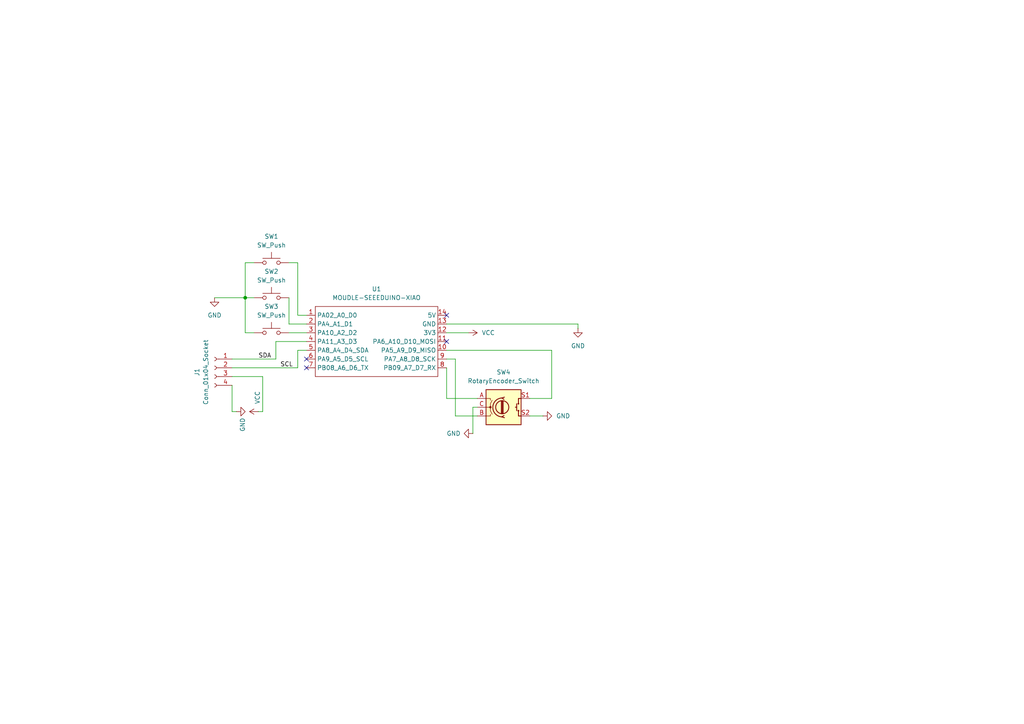
<source format=kicad_sch>
(kicad_sch
	(version 20250114)
	(generator "eeschema")
	(generator_version "9.0")
	(uuid "d2298dc9-68ae-4612-bcfd-072343416d64")
	(paper "A4")
	(lib_symbols
		(symbol "Connector:Conn_01x04_Socket"
			(pin_names
				(offset 1.016)
				(hide yes)
			)
			(exclude_from_sim no)
			(in_bom yes)
			(on_board yes)
			(property "Reference" "J"
				(at 0 5.08 0)
				(effects
					(font
						(size 1.27 1.27)
					)
				)
			)
			(property "Value" "Conn_01x04_Socket"
				(at 0 -7.62 0)
				(effects
					(font
						(size 1.27 1.27)
					)
				)
			)
			(property "Footprint" ""
				(at 0 0 0)
				(effects
					(font
						(size 1.27 1.27)
					)
					(hide yes)
				)
			)
			(property "Datasheet" "~"
				(at 0 0 0)
				(effects
					(font
						(size 1.27 1.27)
					)
					(hide yes)
				)
			)
			(property "Description" "Generic connector, single row, 01x04, script generated"
				(at 0 0 0)
				(effects
					(font
						(size 1.27 1.27)
					)
					(hide yes)
				)
			)
			(property "ki_locked" ""
				(at 0 0 0)
				(effects
					(font
						(size 1.27 1.27)
					)
				)
			)
			(property "ki_keywords" "connector"
				(at 0 0 0)
				(effects
					(font
						(size 1.27 1.27)
					)
					(hide yes)
				)
			)
			(property "ki_fp_filters" "Connector*:*_1x??_*"
				(at 0 0 0)
				(effects
					(font
						(size 1.27 1.27)
					)
					(hide yes)
				)
			)
			(symbol "Conn_01x04_Socket_1_1"
				(polyline
					(pts
						(xy -1.27 2.54) (xy -0.508 2.54)
					)
					(stroke
						(width 0.1524)
						(type default)
					)
					(fill
						(type none)
					)
				)
				(polyline
					(pts
						(xy -1.27 0) (xy -0.508 0)
					)
					(stroke
						(width 0.1524)
						(type default)
					)
					(fill
						(type none)
					)
				)
				(polyline
					(pts
						(xy -1.27 -2.54) (xy -0.508 -2.54)
					)
					(stroke
						(width 0.1524)
						(type default)
					)
					(fill
						(type none)
					)
				)
				(polyline
					(pts
						(xy -1.27 -5.08) (xy -0.508 -5.08)
					)
					(stroke
						(width 0.1524)
						(type default)
					)
					(fill
						(type none)
					)
				)
				(arc
					(start 0 2.032)
					(mid -0.5058 2.54)
					(end 0 3.048)
					(stroke
						(width 0.1524)
						(type default)
					)
					(fill
						(type none)
					)
				)
				(arc
					(start 0 -0.508)
					(mid -0.5058 0)
					(end 0 0.508)
					(stroke
						(width 0.1524)
						(type default)
					)
					(fill
						(type none)
					)
				)
				(arc
					(start 0 -3.048)
					(mid -0.5058 -2.54)
					(end 0 -2.032)
					(stroke
						(width 0.1524)
						(type default)
					)
					(fill
						(type none)
					)
				)
				(arc
					(start 0 -5.588)
					(mid -0.5058 -5.08)
					(end 0 -4.572)
					(stroke
						(width 0.1524)
						(type default)
					)
					(fill
						(type none)
					)
				)
				(pin passive line
					(at -5.08 2.54 0)
					(length 3.81)
					(name "Pin_1"
						(effects
							(font
								(size 1.27 1.27)
							)
						)
					)
					(number "1"
						(effects
							(font
								(size 1.27 1.27)
							)
						)
					)
				)
				(pin passive line
					(at -5.08 0 0)
					(length 3.81)
					(name "Pin_2"
						(effects
							(font
								(size 1.27 1.27)
							)
						)
					)
					(number "2"
						(effects
							(font
								(size 1.27 1.27)
							)
						)
					)
				)
				(pin passive line
					(at -5.08 -2.54 0)
					(length 3.81)
					(name "Pin_3"
						(effects
							(font
								(size 1.27 1.27)
							)
						)
					)
					(number "3"
						(effects
							(font
								(size 1.27 1.27)
							)
						)
					)
				)
				(pin passive line
					(at -5.08 -5.08 0)
					(length 3.81)
					(name "Pin_4"
						(effects
							(font
								(size 1.27 1.27)
							)
						)
					)
					(number "4"
						(effects
							(font
								(size 1.27 1.27)
							)
						)
					)
				)
			)
			(embedded_fonts no)
		)
		(symbol "Device:RotaryEncoder_Switch"
			(pin_names
				(offset 0.254)
				(hide yes)
			)
			(exclude_from_sim no)
			(in_bom yes)
			(on_board yes)
			(property "Reference" "SW"
				(at 0 6.604 0)
				(effects
					(font
						(size 1.27 1.27)
					)
				)
			)
			(property "Value" "RotaryEncoder_Switch"
				(at 0 -6.604 0)
				(effects
					(font
						(size 1.27 1.27)
					)
				)
			)
			(property "Footprint" ""
				(at -3.81 4.064 0)
				(effects
					(font
						(size 1.27 1.27)
					)
					(hide yes)
				)
			)
			(property "Datasheet" "~"
				(at 0 6.604 0)
				(effects
					(font
						(size 1.27 1.27)
					)
					(hide yes)
				)
			)
			(property "Description" "Rotary encoder, dual channel, incremental quadrate outputs, with switch"
				(at 0 0 0)
				(effects
					(font
						(size 1.27 1.27)
					)
					(hide yes)
				)
			)
			(property "ki_keywords" "rotary switch encoder switch push button"
				(at 0 0 0)
				(effects
					(font
						(size 1.27 1.27)
					)
					(hide yes)
				)
			)
			(property "ki_fp_filters" "RotaryEncoder*Switch*"
				(at 0 0 0)
				(effects
					(font
						(size 1.27 1.27)
					)
					(hide yes)
				)
			)
			(symbol "RotaryEncoder_Switch_0_1"
				(rectangle
					(start -5.08 5.08)
					(end 5.08 -5.08)
					(stroke
						(width 0.254)
						(type default)
					)
					(fill
						(type background)
					)
				)
				(polyline
					(pts
						(xy -5.08 2.54) (xy -3.81 2.54) (xy -3.81 2.032)
					)
					(stroke
						(width 0)
						(type default)
					)
					(fill
						(type none)
					)
				)
				(polyline
					(pts
						(xy -5.08 0) (xy -3.81 0) (xy -3.81 -1.016) (xy -3.302 -2.032)
					)
					(stroke
						(width 0)
						(type default)
					)
					(fill
						(type none)
					)
				)
				(polyline
					(pts
						(xy -5.08 -2.54) (xy -3.81 -2.54) (xy -3.81 -2.032)
					)
					(stroke
						(width 0)
						(type default)
					)
					(fill
						(type none)
					)
				)
				(polyline
					(pts
						(xy -4.318 0) (xy -3.81 0) (xy -3.81 1.016) (xy -3.302 2.032)
					)
					(stroke
						(width 0)
						(type default)
					)
					(fill
						(type none)
					)
				)
				(circle
					(center -3.81 0)
					(radius 0.254)
					(stroke
						(width 0)
						(type default)
					)
					(fill
						(type outline)
					)
				)
				(polyline
					(pts
						(xy -0.635 -1.778) (xy -0.635 1.778)
					)
					(stroke
						(width 0.254)
						(type default)
					)
					(fill
						(type none)
					)
				)
				(circle
					(center -0.381 0)
					(radius 1.905)
					(stroke
						(width 0.254)
						(type default)
					)
					(fill
						(type none)
					)
				)
				(polyline
					(pts
						(xy -0.381 -1.778) (xy -0.381 1.778)
					)
					(stroke
						(width 0.254)
						(type default)
					)
					(fill
						(type none)
					)
				)
				(arc
					(start -0.381 -2.794)
					(mid -3.0988 -0.0635)
					(end -0.381 2.667)
					(stroke
						(width 0.254)
						(type default)
					)
					(fill
						(type none)
					)
				)
				(polyline
					(pts
						(xy -0.127 1.778) (xy -0.127 -1.778)
					)
					(stroke
						(width 0.254)
						(type default)
					)
					(fill
						(type none)
					)
				)
				(polyline
					(pts
						(xy 0.254 2.921) (xy -0.508 2.667) (xy 0.127 2.286)
					)
					(stroke
						(width 0.254)
						(type default)
					)
					(fill
						(type none)
					)
				)
				(polyline
					(pts
						(xy 0.254 -3.048) (xy -0.508 -2.794) (xy 0.127 -2.413)
					)
					(stroke
						(width 0.254)
						(type default)
					)
					(fill
						(type none)
					)
				)
				(polyline
					(pts
						(xy 3.81 1.016) (xy 3.81 -1.016)
					)
					(stroke
						(width 0.254)
						(type default)
					)
					(fill
						(type none)
					)
				)
				(polyline
					(pts
						(xy 3.81 0) (xy 3.429 0)
					)
					(stroke
						(width 0.254)
						(type default)
					)
					(fill
						(type none)
					)
				)
				(circle
					(center 4.318 1.016)
					(radius 0.127)
					(stroke
						(width 0.254)
						(type default)
					)
					(fill
						(type none)
					)
				)
				(circle
					(center 4.318 -1.016)
					(radius 0.127)
					(stroke
						(width 0.254)
						(type default)
					)
					(fill
						(type none)
					)
				)
				(polyline
					(pts
						(xy 5.08 2.54) (xy 4.318 2.54) (xy 4.318 1.016)
					)
					(stroke
						(width 0.254)
						(type default)
					)
					(fill
						(type none)
					)
				)
				(polyline
					(pts
						(xy 5.08 -2.54) (xy 4.318 -2.54) (xy 4.318 -1.016)
					)
					(stroke
						(width 0.254)
						(type default)
					)
					(fill
						(type none)
					)
				)
			)
			(symbol "RotaryEncoder_Switch_1_1"
				(pin passive line
					(at -7.62 2.54 0)
					(length 2.54)
					(name "A"
						(effects
							(font
								(size 1.27 1.27)
							)
						)
					)
					(number "A"
						(effects
							(font
								(size 1.27 1.27)
							)
						)
					)
				)
				(pin passive line
					(at -7.62 0 0)
					(length 2.54)
					(name "C"
						(effects
							(font
								(size 1.27 1.27)
							)
						)
					)
					(number "C"
						(effects
							(font
								(size 1.27 1.27)
							)
						)
					)
				)
				(pin passive line
					(at -7.62 -2.54 0)
					(length 2.54)
					(name "B"
						(effects
							(font
								(size 1.27 1.27)
							)
						)
					)
					(number "B"
						(effects
							(font
								(size 1.27 1.27)
							)
						)
					)
				)
				(pin passive line
					(at 7.62 2.54 180)
					(length 2.54)
					(name "S1"
						(effects
							(font
								(size 1.27 1.27)
							)
						)
					)
					(number "S1"
						(effects
							(font
								(size 1.27 1.27)
							)
						)
					)
				)
				(pin passive line
					(at 7.62 -2.54 180)
					(length 2.54)
					(name "S2"
						(effects
							(font
								(size 1.27 1.27)
							)
						)
					)
					(number "S2"
						(effects
							(font
								(size 1.27 1.27)
							)
						)
					)
				)
			)
			(embedded_fonts no)
		)
		(symbol "Switch:SW_Push"
			(pin_numbers
				(hide yes)
			)
			(pin_names
				(offset 1.016)
				(hide yes)
			)
			(exclude_from_sim no)
			(in_bom yes)
			(on_board yes)
			(property "Reference" "SW"
				(at 1.27 2.54 0)
				(effects
					(font
						(size 1.27 1.27)
					)
					(justify left)
				)
			)
			(property "Value" "SW_Push"
				(at 0 -1.524 0)
				(effects
					(font
						(size 1.27 1.27)
					)
				)
			)
			(property "Footprint" ""
				(at 0 5.08 0)
				(effects
					(font
						(size 1.27 1.27)
					)
					(hide yes)
				)
			)
			(property "Datasheet" "~"
				(at 0 5.08 0)
				(effects
					(font
						(size 1.27 1.27)
					)
					(hide yes)
				)
			)
			(property "Description" "Push button switch, generic, two pins"
				(at 0 0 0)
				(effects
					(font
						(size 1.27 1.27)
					)
					(hide yes)
				)
			)
			(property "ki_keywords" "switch normally-open pushbutton push-button"
				(at 0 0 0)
				(effects
					(font
						(size 1.27 1.27)
					)
					(hide yes)
				)
			)
			(symbol "SW_Push_0_1"
				(circle
					(center -2.032 0)
					(radius 0.508)
					(stroke
						(width 0)
						(type default)
					)
					(fill
						(type none)
					)
				)
				(polyline
					(pts
						(xy 0 1.27) (xy 0 3.048)
					)
					(stroke
						(width 0)
						(type default)
					)
					(fill
						(type none)
					)
				)
				(circle
					(center 2.032 0)
					(radius 0.508)
					(stroke
						(width 0)
						(type default)
					)
					(fill
						(type none)
					)
				)
				(polyline
					(pts
						(xy 2.54 1.27) (xy -2.54 1.27)
					)
					(stroke
						(width 0)
						(type default)
					)
					(fill
						(type none)
					)
				)
				(pin passive line
					(at -5.08 0 0)
					(length 2.54)
					(name "1"
						(effects
							(font
								(size 1.27 1.27)
							)
						)
					)
					(number "1"
						(effects
							(font
								(size 1.27 1.27)
							)
						)
					)
				)
				(pin passive line
					(at 5.08 0 180)
					(length 2.54)
					(name "2"
						(effects
							(font
								(size 1.27 1.27)
							)
						)
					)
					(number "2"
						(effects
							(font
								(size 1.27 1.27)
							)
						)
					)
				)
			)
			(embedded_fonts no)
		)
		(symbol "XIAO_RP2040:MOUDLE-SEEEDUINO-XIAO"
			(exclude_from_sim no)
			(in_bom yes)
			(on_board yes)
			(property "Reference" "U"
				(at -16.51 11.43 0)
				(effects
					(font
						(size 1.27 1.27)
					)
				)
			)
			(property "Value" "MOUDLE-SEEEDUINO-XIAO"
				(at -3.81 -11.43 0)
				(effects
					(font
						(size 1.27 1.27)
					)
				)
			)
			(property "Footprint" ""
				(at -16.51 2.54 0)
				(effects
					(font
						(size 1.27 1.27)
					)
					(hide yes)
				)
			)
			(property "Datasheet" ""
				(at -16.51 2.54 0)
				(effects
					(font
						(size 1.27 1.27)
					)
					(hide yes)
				)
			)
			(property "Description" ""
				(at 0 0 0)
				(effects
					(font
						(size 1.27 1.27)
					)
					(hide yes)
				)
			)
			(symbol "MOUDLE-SEEEDUINO-XIAO_0_1"
				(rectangle
					(start -16.51 10.16)
					(end 19.05 -10.16)
					(stroke
						(width 0)
						(type default)
					)
					(fill
						(type none)
					)
				)
			)
			(symbol "MOUDLE-SEEEDUINO-XIAO_1_1"
				(pin passive line
					(at -19.05 7.62 0)
					(length 2.54)
					(name "PA02_A0_D0"
						(effects
							(font
								(size 1.27 1.27)
							)
						)
					)
					(number "1"
						(effects
							(font
								(size 1.27 1.27)
							)
						)
					)
				)
				(pin passive line
					(at -19.05 5.08 0)
					(length 2.54)
					(name "PA4_A1_D1"
						(effects
							(font
								(size 1.27 1.27)
							)
						)
					)
					(number "2"
						(effects
							(font
								(size 1.27 1.27)
							)
						)
					)
				)
				(pin passive line
					(at -19.05 2.54 0)
					(length 2.54)
					(name "PA10_A2_D2"
						(effects
							(font
								(size 1.27 1.27)
							)
						)
					)
					(number "3"
						(effects
							(font
								(size 1.27 1.27)
							)
						)
					)
				)
				(pin passive line
					(at -19.05 0 0)
					(length 2.54)
					(name "PA11_A3_D3"
						(effects
							(font
								(size 1.27 1.27)
							)
						)
					)
					(number "4"
						(effects
							(font
								(size 1.27 1.27)
							)
						)
					)
				)
				(pin passive line
					(at -19.05 -2.54 0)
					(length 2.54)
					(name "PA8_A4_D4_SDA"
						(effects
							(font
								(size 1.27 1.27)
							)
						)
					)
					(number "5"
						(effects
							(font
								(size 1.27 1.27)
							)
						)
					)
				)
				(pin passive line
					(at -19.05 -5.08 0)
					(length 2.54)
					(name "PA9_A5_D5_SCL"
						(effects
							(font
								(size 1.27 1.27)
							)
						)
					)
					(number "6"
						(effects
							(font
								(size 1.27 1.27)
							)
						)
					)
				)
				(pin passive line
					(at -19.05 -7.62 0)
					(length 2.54)
					(name "PB08_A6_D6_TX"
						(effects
							(font
								(size 1.27 1.27)
							)
						)
					)
					(number "7"
						(effects
							(font
								(size 1.27 1.27)
							)
						)
					)
				)
				(pin passive line
					(at 21.59 7.62 180)
					(length 2.54)
					(name "5V"
						(effects
							(font
								(size 1.27 1.27)
							)
						)
					)
					(number "14"
						(effects
							(font
								(size 1.27 1.27)
							)
						)
					)
				)
				(pin passive line
					(at 21.59 5.08 180)
					(length 2.54)
					(name "GND"
						(effects
							(font
								(size 1.27 1.27)
							)
						)
					)
					(number "13"
						(effects
							(font
								(size 1.27 1.27)
							)
						)
					)
				)
				(pin passive line
					(at 21.59 2.54 180)
					(length 2.54)
					(name "3V3"
						(effects
							(font
								(size 1.27 1.27)
							)
						)
					)
					(number "12"
						(effects
							(font
								(size 1.27 1.27)
							)
						)
					)
				)
				(pin passive line
					(at 21.59 0 180)
					(length 2.54)
					(name "PA6_A10_D10_MOSI"
						(effects
							(font
								(size 1.27 1.27)
							)
						)
					)
					(number "11"
						(effects
							(font
								(size 1.27 1.27)
							)
						)
					)
				)
				(pin passive line
					(at 21.59 -2.54 180)
					(length 2.54)
					(name "PA5_A9_D9_MISO"
						(effects
							(font
								(size 1.27 1.27)
							)
						)
					)
					(number "10"
						(effects
							(font
								(size 1.27 1.27)
							)
						)
					)
				)
				(pin passive line
					(at 21.59 -5.08 180)
					(length 2.54)
					(name "PA7_A8_D8_SCK"
						(effects
							(font
								(size 1.27 1.27)
							)
						)
					)
					(number "9"
						(effects
							(font
								(size 1.27 1.27)
							)
						)
					)
				)
				(pin passive line
					(at 21.59 -7.62 180)
					(length 2.54)
					(name "PB09_A7_D7_RX"
						(effects
							(font
								(size 1.27 1.27)
							)
						)
					)
					(number "8"
						(effects
							(font
								(size 1.27 1.27)
							)
						)
					)
				)
			)
			(embedded_fonts no)
		)
		(symbol "power:GND"
			(power)
			(pin_numbers
				(hide yes)
			)
			(pin_names
				(offset 0)
				(hide yes)
			)
			(exclude_from_sim no)
			(in_bom yes)
			(on_board yes)
			(property "Reference" "#PWR"
				(at 0 -6.35 0)
				(effects
					(font
						(size 1.27 1.27)
					)
					(hide yes)
				)
			)
			(property "Value" "GND"
				(at 0 -3.81 0)
				(effects
					(font
						(size 1.27 1.27)
					)
				)
			)
			(property "Footprint" ""
				(at 0 0 0)
				(effects
					(font
						(size 1.27 1.27)
					)
					(hide yes)
				)
			)
			(property "Datasheet" ""
				(at 0 0 0)
				(effects
					(font
						(size 1.27 1.27)
					)
					(hide yes)
				)
			)
			(property "Description" "Power symbol creates a global label with name \"GND\" , ground"
				(at 0 0 0)
				(effects
					(font
						(size 1.27 1.27)
					)
					(hide yes)
				)
			)
			(property "ki_keywords" "global power"
				(at 0 0 0)
				(effects
					(font
						(size 1.27 1.27)
					)
					(hide yes)
				)
			)
			(symbol "GND_0_1"
				(polyline
					(pts
						(xy 0 0) (xy 0 -1.27) (xy 1.27 -1.27) (xy 0 -2.54) (xy -1.27 -1.27) (xy 0 -1.27)
					)
					(stroke
						(width 0)
						(type default)
					)
					(fill
						(type none)
					)
				)
			)
			(symbol "GND_1_1"
				(pin power_in line
					(at 0 0 270)
					(length 0)
					(name "~"
						(effects
							(font
								(size 1.27 1.27)
							)
						)
					)
					(number "1"
						(effects
							(font
								(size 1.27 1.27)
							)
						)
					)
				)
			)
			(embedded_fonts no)
		)
		(symbol "power:VCC"
			(power)
			(pin_numbers
				(hide yes)
			)
			(pin_names
				(offset 0)
				(hide yes)
			)
			(exclude_from_sim no)
			(in_bom yes)
			(on_board yes)
			(property "Reference" "#PWR"
				(at 0 -3.81 0)
				(effects
					(font
						(size 1.27 1.27)
					)
					(hide yes)
				)
			)
			(property "Value" "VCC"
				(at 0 3.556 0)
				(effects
					(font
						(size 1.27 1.27)
					)
				)
			)
			(property "Footprint" ""
				(at 0 0 0)
				(effects
					(font
						(size 1.27 1.27)
					)
					(hide yes)
				)
			)
			(property "Datasheet" ""
				(at 0 0 0)
				(effects
					(font
						(size 1.27 1.27)
					)
					(hide yes)
				)
			)
			(property "Description" "Power symbol creates a global label with name \"VCC\""
				(at 0 0 0)
				(effects
					(font
						(size 1.27 1.27)
					)
					(hide yes)
				)
			)
			(property "ki_keywords" "global power"
				(at 0 0 0)
				(effects
					(font
						(size 1.27 1.27)
					)
					(hide yes)
				)
			)
			(symbol "VCC_0_1"
				(polyline
					(pts
						(xy -0.762 1.27) (xy 0 2.54)
					)
					(stroke
						(width 0)
						(type default)
					)
					(fill
						(type none)
					)
				)
				(polyline
					(pts
						(xy 0 2.54) (xy 0.762 1.27)
					)
					(stroke
						(width 0)
						(type default)
					)
					(fill
						(type none)
					)
				)
				(polyline
					(pts
						(xy 0 0) (xy 0 2.54)
					)
					(stroke
						(width 0)
						(type default)
					)
					(fill
						(type none)
					)
				)
			)
			(symbol "VCC_1_1"
				(pin power_in line
					(at 0 0 90)
					(length 0)
					(name "~"
						(effects
							(font
								(size 1.27 1.27)
							)
						)
					)
					(number "1"
						(effects
							(font
								(size 1.27 1.27)
							)
						)
					)
				)
			)
			(embedded_fonts no)
		)
	)
	(junction
		(at 71.12 86.36)
		(diameter 0)
		(color 0 0 0 0)
		(uuid "ee613a05-6d7a-4f5d-ae3a-6d213c9a14f7")
	)
	(no_connect
		(at 88.9 106.68)
		(uuid "312e885c-5a8a-4fb7-a46c-b57aad134727")
	)
	(no_connect
		(at 88.9 104.14)
		(uuid "64f02c6c-b4db-4e8e-a631-c15a91d27e22")
	)
	(no_connect
		(at 129.54 99.06)
		(uuid "a559a80e-981f-4bdd-9441-8dacbea59716")
	)
	(no_connect
		(at 129.54 91.44)
		(uuid "e3d4b198-bfd5-42fe-a28c-397247a41227")
	)
	(wire
		(pts
			(xy 132.08 104.14) (xy 129.54 104.14)
		)
		(stroke
			(width 0)
			(type default)
		)
		(uuid "0ef46996-ed69-4849-8e33-1d186cd1b7a2")
	)
	(wire
		(pts
			(xy 137.16 125.73) (xy 137.16 118.11)
		)
		(stroke
			(width 0)
			(type default)
		)
		(uuid "17de7a98-e7d7-4287-b76b-380ce1fc258c")
	)
	(wire
		(pts
			(xy 83.82 96.52) (xy 88.9 96.52)
		)
		(stroke
			(width 0)
			(type default)
		)
		(uuid "1d22a342-721e-4f51-b16d-3af5414440a9")
	)
	(wire
		(pts
			(xy 67.31 106.68) (xy 86.36 106.68)
		)
		(stroke
			(width 0)
			(type default)
		)
		(uuid "24e3bebf-2f36-4431-85e8-5e8f459974bb")
	)
	(wire
		(pts
			(xy 71.12 76.2) (xy 71.12 86.36)
		)
		(stroke
			(width 0)
			(type default)
		)
		(uuid "272c334c-1002-416b-b4f1-6561637c02c9")
	)
	(wire
		(pts
			(xy 80.01 99.06) (xy 88.9 99.06)
		)
		(stroke
			(width 0)
			(type default)
		)
		(uuid "2c892c7c-2480-4fcd-a5f2-9a2da7d749e8")
	)
	(wire
		(pts
			(xy 83.82 93.98) (xy 83.82 86.36)
		)
		(stroke
			(width 0)
			(type default)
		)
		(uuid "33782bc5-5abb-4cb6-885e-62b5d2b005f9")
	)
	(wire
		(pts
			(xy 67.31 104.14) (xy 80.01 104.14)
		)
		(stroke
			(width 0)
			(type default)
		)
		(uuid "341b5753-78c7-4408-a251-977a3847fd8c")
	)
	(wire
		(pts
			(xy 153.67 115.57) (xy 160.02 115.57)
		)
		(stroke
			(width 0)
			(type default)
		)
		(uuid "34f9f19c-c4e7-41c0-9251-d22d24208fea")
	)
	(wire
		(pts
			(xy 62.23 86.36) (xy 71.12 86.36)
		)
		(stroke
			(width 0)
			(type default)
		)
		(uuid "3dbb6abb-3fbd-4b87-acf2-044b911d191d")
	)
	(wire
		(pts
			(xy 88.9 91.44) (xy 86.36 91.44)
		)
		(stroke
			(width 0)
			(type default)
		)
		(uuid "420f4e86-171e-4dab-a43a-b1755fb259a4")
	)
	(wire
		(pts
			(xy 129.54 115.57) (xy 138.43 115.57)
		)
		(stroke
			(width 0)
			(type default)
		)
		(uuid "4243cfcf-dd3e-450c-a5a9-bc031f19fa52")
	)
	(wire
		(pts
			(xy 160.02 115.57) (xy 160.02 101.6)
		)
		(stroke
			(width 0)
			(type default)
		)
		(uuid "49975392-cf7f-48b7-a701-1b86a739afbe")
	)
	(wire
		(pts
			(xy 138.43 120.65) (xy 132.08 120.65)
		)
		(stroke
			(width 0)
			(type default)
		)
		(uuid "4fcac3c9-7fb0-42df-affc-aef23cda1113")
	)
	(wire
		(pts
			(xy 68.58 119.38) (xy 67.31 119.38)
		)
		(stroke
			(width 0)
			(type default)
		)
		(uuid "7bf5106a-6b2a-4085-9935-d1071146c5ce")
	)
	(wire
		(pts
			(xy 67.31 119.38) (xy 67.31 111.76)
		)
		(stroke
			(width 0)
			(type default)
		)
		(uuid "82d83e71-7401-4449-8d48-a1958daa39d6")
	)
	(wire
		(pts
			(xy 129.54 96.52) (xy 135.89 96.52)
		)
		(stroke
			(width 0)
			(type default)
		)
		(uuid "884ec0ea-9a3d-4efd-acd8-120ca6d30341")
	)
	(wire
		(pts
			(xy 160.02 101.6) (xy 129.54 101.6)
		)
		(stroke
			(width 0)
			(type default)
		)
		(uuid "8a401c45-2af4-4001-81c0-27178b1b4235")
	)
	(wire
		(pts
			(xy 88.9 93.98) (xy 83.82 93.98)
		)
		(stroke
			(width 0)
			(type default)
		)
		(uuid "a7da2eb7-c07f-4cf4-9c64-026e6715e9c6")
	)
	(wire
		(pts
			(xy 153.67 120.65) (xy 157.48 120.65)
		)
		(stroke
			(width 0)
			(type default)
		)
		(uuid "ad04a8c0-4d2a-46d7-9d9a-a95485bdb184")
	)
	(wire
		(pts
			(xy 86.36 91.44) (xy 86.36 76.2)
		)
		(stroke
			(width 0)
			(type default)
		)
		(uuid "b0511568-bee9-4df7-bdd0-dae8e4e55d9a")
	)
	(wire
		(pts
			(xy 86.36 76.2) (xy 83.82 76.2)
		)
		(stroke
			(width 0)
			(type default)
		)
		(uuid "b3614c3d-a882-4a3c-ab9c-3a8a7c76fa48")
	)
	(wire
		(pts
			(xy 74.93 119.38) (xy 76.2 119.38)
		)
		(stroke
			(width 0)
			(type default)
		)
		(uuid "b4ad3acf-ecec-4966-a332-91a6cefe0c46")
	)
	(wire
		(pts
			(xy 71.12 86.36) (xy 73.66 86.36)
		)
		(stroke
			(width 0)
			(type default)
		)
		(uuid "b5502cab-91fa-482f-a297-6c484a0c36b4")
	)
	(wire
		(pts
			(xy 76.2 109.22) (xy 76.2 119.38)
		)
		(stroke
			(width 0)
			(type default)
		)
		(uuid "b7b8a4c3-37b0-49e6-95cc-5d4cadc10a3e")
	)
	(wire
		(pts
			(xy 67.31 109.22) (xy 76.2 109.22)
		)
		(stroke
			(width 0)
			(type default)
		)
		(uuid "b8618de2-358b-4f99-9769-0aec9ee66248")
	)
	(wire
		(pts
			(xy 137.16 118.11) (xy 138.43 118.11)
		)
		(stroke
			(width 0)
			(type default)
		)
		(uuid "c08624cf-27c6-4781-af73-569e00dffc86")
	)
	(wire
		(pts
			(xy 71.12 86.36) (xy 71.12 96.52)
		)
		(stroke
			(width 0)
			(type default)
		)
		(uuid "cdacbfbd-aad3-4258-897e-683b7393bf3a")
	)
	(wire
		(pts
			(xy 132.08 120.65) (xy 132.08 104.14)
		)
		(stroke
			(width 0)
			(type default)
		)
		(uuid "cddf8224-2610-4ebf-a5d9-9853af80362d")
	)
	(wire
		(pts
			(xy 80.01 104.14) (xy 80.01 99.06)
		)
		(stroke
			(width 0)
			(type default)
		)
		(uuid "d73cd487-0e35-49a3-992c-788df1088c16")
	)
	(wire
		(pts
			(xy 86.36 106.68) (xy 86.36 101.6)
		)
		(stroke
			(width 0)
			(type default)
		)
		(uuid "d7b7428a-85d4-470c-87e0-2ecb6ffc788c")
	)
	(wire
		(pts
			(xy 86.36 101.6) (xy 88.9 101.6)
		)
		(stroke
			(width 0)
			(type default)
		)
		(uuid "e3354b45-568b-4acf-b20b-62bedde3076a")
	)
	(wire
		(pts
			(xy 167.64 93.98) (xy 167.64 95.25)
		)
		(stroke
			(width 0)
			(type default)
		)
		(uuid "eca2ee95-2a1b-4eb3-b518-d4911fff209c")
	)
	(wire
		(pts
			(xy 73.66 96.52) (xy 71.12 96.52)
		)
		(stroke
			(width 0)
			(type default)
		)
		(uuid "ef241376-3fd5-4443-9864-e671559a2c08")
	)
	(wire
		(pts
			(xy 129.54 93.98) (xy 167.64 93.98)
		)
		(stroke
			(width 0)
			(type default)
		)
		(uuid "f1244fd6-d804-4a2e-858d-67a828d29dc1")
	)
	(wire
		(pts
			(xy 129.54 115.57) (xy 129.54 106.68)
		)
		(stroke
			(width 0)
			(type default)
		)
		(uuid "f28e4524-aba8-4161-97cb-3f328bf19fca")
	)
	(wire
		(pts
			(xy 73.66 76.2) (xy 71.12 76.2)
		)
		(stroke
			(width 0)
			(type default)
		)
		(uuid "f3b165be-17ac-4959-a906-4407302cb77e")
	)
	(label "SDA"
		(at 74.93 104.14 0)
		(effects
			(font
				(size 1.27 1.27)
			)
			(justify left bottom)
		)
		(uuid "613795de-9f04-448f-8086-230b15ca1730")
	)
	(label "SCL"
		(at 81.28 106.68 0)
		(effects
			(font
				(size 1.27 1.27)
			)
			(justify left bottom)
		)
		(uuid "92d07edd-23fb-46d9-a0fe-a8180163ecc6")
	)
	(symbol
		(lib_id "power:VCC")
		(at 135.89 96.52 270)
		(unit 1)
		(exclude_from_sim no)
		(in_bom yes)
		(on_board yes)
		(dnp no)
		(fields_autoplaced yes)
		(uuid "014d0dd5-8edf-4ccd-a152-03ad457f0ce7")
		(property "Reference" "#PWR04"
			(at 132.08 96.52 0)
			(effects
				(font
					(size 1.27 1.27)
				)
				(hide yes)
			)
		)
		(property "Value" "VCC"
			(at 139.7 96.5199 90)
			(effects
				(font
					(size 1.27 1.27)
				)
				(justify left)
			)
		)
		(property "Footprint" ""
			(at 135.89 96.52 0)
			(effects
				(font
					(size 1.27 1.27)
				)
				(hide yes)
			)
		)
		(property "Datasheet" ""
			(at 135.89 96.52 0)
			(effects
				(font
					(size 1.27 1.27)
				)
				(hide yes)
			)
		)
		(property "Description" "Power symbol creates a global label with name \"VCC\""
			(at 135.89 96.52 0)
			(effects
				(font
					(size 1.27 1.27)
				)
				(hide yes)
			)
		)
		(pin "1"
			(uuid "cf14993a-3bd1-4e33-a5e2-b38072810a0e")
		)
		(instances
			(project ""
				(path "/d2298dc9-68ae-4612-bcfd-072343416d64"
					(reference "#PWR04")
					(unit 1)
				)
			)
		)
	)
	(symbol
		(lib_id "Switch:SW_Push")
		(at 78.74 76.2 0)
		(unit 1)
		(exclude_from_sim no)
		(in_bom yes)
		(on_board yes)
		(dnp no)
		(fields_autoplaced yes)
		(uuid "03c0117f-9c6b-425c-997f-481f5973de11")
		(property "Reference" "SW1"
			(at 78.74 68.58 0)
			(effects
				(font
					(size 1.27 1.27)
				)
			)
		)
		(property "Value" "SW_Push"
			(at 78.74 71.12 0)
			(effects
				(font
					(size 1.27 1.27)
				)
			)
		)
		(property "Footprint" "Button_Switch_Keyboard:SW_Cherry_MX_1.00u_PCB"
			(at 78.74 71.12 0)
			(effects
				(font
					(size 1.27 1.27)
				)
				(hide yes)
			)
		)
		(property "Datasheet" "~"
			(at 78.74 71.12 0)
			(effects
				(font
					(size 1.27 1.27)
				)
				(hide yes)
			)
		)
		(property "Description" "Push button switch, generic, two pins"
			(at 78.74 76.2 0)
			(effects
				(font
					(size 1.27 1.27)
				)
				(hide yes)
			)
		)
		(pin "2"
			(uuid "9519922d-2cd6-4436-8475-6a5ac29860fd")
		)
		(pin "1"
			(uuid "6ec7d0ba-9461-4c57-ae2a-12863258dd3e")
		)
		(instances
			(project ""
				(path "/d2298dc9-68ae-4612-bcfd-072343416d64"
					(reference "SW1")
					(unit 1)
				)
			)
		)
	)
	(symbol
		(lib_id "power:GND")
		(at 68.58 119.38 90)
		(unit 1)
		(exclude_from_sim no)
		(in_bom yes)
		(on_board yes)
		(dnp no)
		(uuid "0cb6d8f5-ebb3-4a17-8758-5452db7d8bfe")
		(property "Reference" "#PWR03"
			(at 74.93 119.38 0)
			(effects
				(font
					(size 1.27 1.27)
				)
				(hide yes)
			)
		)
		(property "Value" "GND"
			(at 70.358 123.19 0)
			(effects
				(font
					(size 1.27 1.27)
				)
			)
		)
		(property "Footprint" ""
			(at 68.58 119.38 0)
			(effects
				(font
					(size 1.27 1.27)
				)
				(hide yes)
			)
		)
		(property "Datasheet" ""
			(at 68.58 119.38 0)
			(effects
				(font
					(size 1.27 1.27)
				)
				(hide yes)
			)
		)
		(property "Description" "Power symbol creates a global label with name \"GND\" , ground"
			(at 68.58 119.38 0)
			(effects
				(font
					(size 1.27 1.27)
				)
				(hide yes)
			)
		)
		(pin "1"
			(uuid "3c282bad-c95c-436b-8c73-b30b82f0a82b")
		)
		(instances
			(project ""
				(path "/d2298dc9-68ae-4612-bcfd-072343416d64"
					(reference "#PWR03")
					(unit 1)
				)
			)
		)
	)
	(symbol
		(lib_id "power:GND")
		(at 62.23 86.36 0)
		(unit 1)
		(exclude_from_sim no)
		(in_bom yes)
		(on_board yes)
		(dnp no)
		(fields_autoplaced yes)
		(uuid "1925a57f-a88e-493b-96a5-6c0b79a4d45d")
		(property "Reference" "#PWR01"
			(at 62.23 92.71 0)
			(effects
				(font
					(size 1.27 1.27)
				)
				(hide yes)
			)
		)
		(property "Value" "GND"
			(at 62.23 91.44 0)
			(effects
				(font
					(size 1.27 1.27)
				)
			)
		)
		(property "Footprint" ""
			(at 62.23 86.36 0)
			(effects
				(font
					(size 1.27 1.27)
				)
				(hide yes)
			)
		)
		(property "Datasheet" ""
			(at 62.23 86.36 0)
			(effects
				(font
					(size 1.27 1.27)
				)
				(hide yes)
			)
		)
		(property "Description" "Power symbol creates a global label with name \"GND\" , ground"
			(at 62.23 86.36 0)
			(effects
				(font
					(size 1.27 1.27)
				)
				(hide yes)
			)
		)
		(pin "1"
			(uuid "c774d6f3-649e-4343-b527-91b7886eefbf")
		)
		(instances
			(project ""
				(path "/d2298dc9-68ae-4612-bcfd-072343416d64"
					(reference "#PWR01")
					(unit 1)
				)
			)
		)
	)
	(symbol
		(lib_id "power:GND")
		(at 137.16 125.73 270)
		(unit 1)
		(exclude_from_sim no)
		(in_bom yes)
		(on_board yes)
		(dnp no)
		(uuid "3e53234e-57e8-4b7d-aa06-f3d6c0e9b8b6")
		(property "Reference" "#PWR06"
			(at 130.81 125.73 0)
			(effects
				(font
					(size 1.27 1.27)
				)
				(hide yes)
			)
		)
		(property "Value" "GND"
			(at 133.604 125.73 90)
			(effects
				(font
					(size 1.27 1.27)
				)
				(justify right)
			)
		)
		(property "Footprint" ""
			(at 137.16 125.73 0)
			(effects
				(font
					(size 1.27 1.27)
				)
				(hide yes)
			)
		)
		(property "Datasheet" ""
			(at 137.16 125.73 0)
			(effects
				(font
					(size 1.27 1.27)
				)
				(hide yes)
			)
		)
		(property "Description" "Power symbol creates a global label with name \"GND\" , ground"
			(at 137.16 125.73 0)
			(effects
				(font
					(size 1.27 1.27)
				)
				(hide yes)
			)
		)
		(pin "1"
			(uuid "585f8d88-446d-4455-b82e-b27f697f9a31")
		)
		(instances
			(project ""
				(path "/d2298dc9-68ae-4612-bcfd-072343416d64"
					(reference "#PWR06")
					(unit 1)
				)
			)
		)
	)
	(symbol
		(lib_id "Device:RotaryEncoder_Switch")
		(at 146.05 118.11 0)
		(unit 1)
		(exclude_from_sim no)
		(in_bom yes)
		(on_board yes)
		(dnp no)
		(fields_autoplaced yes)
		(uuid "40f6a62e-ee65-4d52-97b1-02d2000754d4")
		(property "Reference" "SW4"
			(at 146.05 107.95 0)
			(effects
				(font
					(size 1.27 1.27)
				)
			)
		)
		(property "Value" "RotaryEncoder_Switch"
			(at 146.05 110.49 0)
			(effects
				(font
					(size 1.27 1.27)
				)
			)
		)
		(property "Footprint" "Rotary_Encoder:RotaryEncoder_Alps_EC11E-Switch_Vertical_H20mm"
			(at 142.24 114.046 0)
			(effects
				(font
					(size 1.27 1.27)
				)
				(hide yes)
			)
		)
		(property "Datasheet" "~"
			(at 146.05 111.506 0)
			(effects
				(font
					(size 1.27 1.27)
				)
				(hide yes)
			)
		)
		(property "Description" "Rotary encoder, dual channel, incremental quadrate outputs, with switch"
			(at 146.05 118.11 0)
			(effects
				(font
					(size 1.27 1.27)
				)
				(hide yes)
			)
		)
		(pin "S2"
			(uuid "c0be0dfb-0432-42b9-829d-5692549bfe6e")
		)
		(pin "B"
			(uuid "a89edb68-877b-4b22-a6f6-c02bcd28fdaa")
		)
		(pin "S1"
			(uuid "aa792af3-8e26-45f1-9447-1751d33520a0")
		)
		(pin "A"
			(uuid "37eba2ad-eebe-4162-8dc6-01bd5f7bfa04")
		)
		(pin "C"
			(uuid "4f43b41c-07b0-4c8e-99c5-8139521f8cc8")
		)
		(instances
			(project ""
				(path "/d2298dc9-68ae-4612-bcfd-072343416d64"
					(reference "SW4")
					(unit 1)
				)
			)
		)
	)
	(symbol
		(lib_id "Connector:Conn_01x04_Socket")
		(at 62.23 106.68 0)
		(mirror y)
		(unit 1)
		(exclude_from_sim no)
		(in_bom yes)
		(on_board yes)
		(dnp no)
		(uuid "572c5369-87eb-4d26-946b-c41ddd137c5a")
		(property "Reference" "J1"
			(at 57.15 107.95 90)
			(effects
				(font
					(size 1.27 1.27)
				)
			)
		)
		(property "Value" "Conn_01x04_Socket"
			(at 59.69 107.95 90)
			(effects
				(font
					(size 1.27 1.27)
				)
			)
		)
		(property "Footprint" "Connector_PinHeader_2.54mm:PinHeader_1x04_P2.54mm_Vertical"
			(at 62.23 106.68 0)
			(effects
				(font
					(size 1.27 1.27)
				)
				(hide yes)
			)
		)
		(property "Datasheet" "~"
			(at 62.23 106.68 0)
			(effects
				(font
					(size 1.27 1.27)
				)
				(hide yes)
			)
		)
		(property "Description" "Generic connector, single row, 01x04, script generated"
			(at 62.23 106.68 0)
			(effects
				(font
					(size 1.27 1.27)
				)
				(hide yes)
			)
		)
		(pin "1"
			(uuid "649a1d0f-093e-400f-9953-ba3d45efeeca")
		)
		(pin "3"
			(uuid "215a4919-9f4a-4401-a13d-af193781861b")
		)
		(pin "4"
			(uuid "85a81eb8-c77d-4af9-91c0-d00d1166f2ed")
		)
		(pin "2"
			(uuid "e195ea03-2b52-48b8-ad0a-61f548dd6a9c")
		)
		(instances
			(project ""
				(path "/d2298dc9-68ae-4612-bcfd-072343416d64"
					(reference "J1")
					(unit 1)
				)
			)
		)
	)
	(symbol
		(lib_id "Switch:SW_Push")
		(at 78.74 86.36 0)
		(unit 1)
		(exclude_from_sim no)
		(in_bom yes)
		(on_board yes)
		(dnp no)
		(fields_autoplaced yes)
		(uuid "58e19a4f-7884-462b-891c-6e3d233347c2")
		(property "Reference" "SW2"
			(at 78.74 78.74 0)
			(effects
				(font
					(size 1.27 1.27)
				)
			)
		)
		(property "Value" "SW_Push"
			(at 78.74 81.28 0)
			(effects
				(font
					(size 1.27 1.27)
				)
			)
		)
		(property "Footprint" "Button_Switch_Keyboard:SW_Cherry_MX_1.00u_PCB"
			(at 78.74 81.28 0)
			(effects
				(font
					(size 1.27 1.27)
				)
				(hide yes)
			)
		)
		(property "Datasheet" "~"
			(at 78.74 81.28 0)
			(effects
				(font
					(size 1.27 1.27)
				)
				(hide yes)
			)
		)
		(property "Description" "Push button switch, generic, two pins"
			(at 78.74 86.36 0)
			(effects
				(font
					(size 1.27 1.27)
				)
				(hide yes)
			)
		)
		(pin "1"
			(uuid "f247319e-0399-4bfb-9c65-27da35090813")
		)
		(pin "2"
			(uuid "40764196-1b66-4a9f-9267-efd1881a5911")
		)
		(instances
			(project ""
				(path "/d2298dc9-68ae-4612-bcfd-072343416d64"
					(reference "SW2")
					(unit 1)
				)
			)
		)
	)
	(symbol
		(lib_id "power:GND")
		(at 167.64 95.25 0)
		(unit 1)
		(exclude_from_sim no)
		(in_bom yes)
		(on_board yes)
		(dnp no)
		(fields_autoplaced yes)
		(uuid "8199f928-ac05-429a-88bb-d34fb9b55c92")
		(property "Reference" "#PWR05"
			(at 167.64 101.6 0)
			(effects
				(font
					(size 1.27 1.27)
				)
				(hide yes)
			)
		)
		(property "Value" "GND"
			(at 167.64 100.33 0)
			(effects
				(font
					(size 1.27 1.27)
				)
			)
		)
		(property "Footprint" ""
			(at 167.64 95.25 0)
			(effects
				(font
					(size 1.27 1.27)
				)
				(hide yes)
			)
		)
		(property "Datasheet" ""
			(at 167.64 95.25 0)
			(effects
				(font
					(size 1.27 1.27)
				)
				(hide yes)
			)
		)
		(property "Description" "Power symbol creates a global label with name \"GND\" , ground"
			(at 167.64 95.25 0)
			(effects
				(font
					(size 1.27 1.27)
				)
				(hide yes)
			)
		)
		(pin "1"
			(uuid "8fb7be32-e94d-43ed-aaaf-df77f5c5e1bb")
		)
		(instances
			(project ""
				(path "/d2298dc9-68ae-4612-bcfd-072343416d64"
					(reference "#PWR05")
					(unit 1)
				)
			)
		)
	)
	(symbol
		(lib_id "Switch:SW_Push")
		(at 78.74 96.52 0)
		(unit 1)
		(exclude_from_sim no)
		(in_bom yes)
		(on_board yes)
		(dnp no)
		(fields_autoplaced yes)
		(uuid "9f936fc2-5b4a-49a2-86dc-dce0f86123c4")
		(property "Reference" "SW3"
			(at 78.74 88.9 0)
			(effects
				(font
					(size 1.27 1.27)
				)
			)
		)
		(property "Value" "SW_Push"
			(at 78.74 91.44 0)
			(effects
				(font
					(size 1.27 1.27)
				)
			)
		)
		(property "Footprint" "Button_Switch_Keyboard:SW_Cherry_MX_1.00u_PCB"
			(at 78.74 91.44 0)
			(effects
				(font
					(size 1.27 1.27)
				)
				(hide yes)
			)
		)
		(property "Datasheet" "~"
			(at 78.74 91.44 0)
			(effects
				(font
					(size 1.27 1.27)
				)
				(hide yes)
			)
		)
		(property "Description" "Push button switch, generic, two pins"
			(at 78.74 96.52 0)
			(effects
				(font
					(size 1.27 1.27)
				)
				(hide yes)
			)
		)
		(pin "1"
			(uuid "786a3577-b8b2-4374-bb4a-64631e3d0642")
		)
		(pin "2"
			(uuid "d49cb11c-01af-45a8-99e0-73334fbb06f5")
		)
		(instances
			(project ""
				(path "/d2298dc9-68ae-4612-bcfd-072343416d64"
					(reference "SW3")
					(unit 1)
				)
			)
		)
	)
	(symbol
		(lib_id "power:VCC")
		(at 74.93 119.38 90)
		(unit 1)
		(exclude_from_sim no)
		(in_bom yes)
		(on_board yes)
		(dnp no)
		(uuid "c371a93b-ed4c-413b-b95e-a54b65451b0f")
		(property "Reference" "#PWR02"
			(at 78.74 119.38 0)
			(effects
				(font
					(size 1.27 1.27)
				)
				(hide yes)
			)
		)
		(property "Value" "VCC"
			(at 74.676 115.316 0)
			(effects
				(font
					(size 1.27 1.27)
				)
			)
		)
		(property "Footprint" ""
			(at 74.93 119.38 0)
			(effects
				(font
					(size 1.27 1.27)
				)
				(hide yes)
			)
		)
		(property "Datasheet" ""
			(at 74.93 119.38 0)
			(effects
				(font
					(size 1.27 1.27)
				)
				(hide yes)
			)
		)
		(property "Description" "Power symbol creates a global label with name \"VCC\""
			(at 74.93 119.38 0)
			(effects
				(font
					(size 1.27 1.27)
				)
				(hide yes)
			)
		)
		(pin "1"
			(uuid "b9235ec5-7fb0-422a-be91-67c229e5aa68")
		)
		(instances
			(project ""
				(path "/d2298dc9-68ae-4612-bcfd-072343416d64"
					(reference "#PWR02")
					(unit 1)
				)
			)
		)
	)
	(symbol
		(lib_id "XIAO_RP2040:MOUDLE-SEEEDUINO-XIAO")
		(at 107.95 99.06 0)
		(unit 1)
		(exclude_from_sim no)
		(in_bom yes)
		(on_board yes)
		(dnp no)
		(fields_autoplaced yes)
		(uuid "d87a3b32-18df-4b89-98ac-feca558a4be7")
		(property "Reference" "U1"
			(at 109.22 83.82 0)
			(effects
				(font
					(size 1.27 1.27)
				)
			)
		)
		(property "Value" "MOUDLE-SEEEDUINO-XIAO"
			(at 109.22 86.36 0)
			(effects
				(font
					(size 1.27 1.27)
				)
			)
		)
		(property "Footprint" "footprints:XIAO-Generic-Hybrid-14P-2.54-21X17.8MM"
			(at 91.44 96.52 0)
			(effects
				(font
					(size 1.27 1.27)
				)
				(hide yes)
			)
		)
		(property "Datasheet" ""
			(at 91.44 96.52 0)
			(effects
				(font
					(size 1.27 1.27)
				)
				(hide yes)
			)
		)
		(property "Description" ""
			(at 107.95 99.06 0)
			(effects
				(font
					(size 1.27 1.27)
				)
				(hide yes)
			)
		)
		(pin "5"
			(uuid "b23887c4-b804-4301-80c8-cbc386fc351b")
		)
		(pin "11"
			(uuid "9c81db39-2992-4d6e-82d8-634eb2d1e875")
		)
		(pin "14"
			(uuid "b1d71684-801e-4421-8886-13eaee943a3f")
		)
		(pin "4"
			(uuid "e124a247-e95f-4778-9448-3b38934420b1")
		)
		(pin "6"
			(uuid "1f705e65-3345-495a-b5dd-677bf17c483b")
		)
		(pin "9"
			(uuid "37b65fd5-a078-410a-8cab-c3655b5f0767")
		)
		(pin "3"
			(uuid "879c2822-43df-4fd4-9e2d-c1dca5fd131c")
		)
		(pin "10"
			(uuid "1d74a65c-cfa8-4088-a46c-ab557f3e3e9b")
		)
		(pin "1"
			(uuid "b2dff6f6-5a8c-4380-8db7-d99f5ee476cc")
		)
		(pin "7"
			(uuid "0bf50aeb-ff87-4cbe-b905-652866577573")
		)
		(pin "8"
			(uuid "0c1827a8-06f4-4a16-aec9-4f17928de3ca")
		)
		(pin "2"
			(uuid "d9554f1d-c2e0-4f50-902b-43c27da3b478")
		)
		(pin "12"
			(uuid "90d1b594-20ac-46e2-9568-98e4c84db894")
		)
		(pin "13"
			(uuid "9674b0b5-f3d1-4225-a520-d2f9d5c6819b")
		)
		(instances
			(project ""
				(path "/d2298dc9-68ae-4612-bcfd-072343416d64"
					(reference "U1")
					(unit 1)
				)
			)
		)
	)
	(symbol
		(lib_id "power:GND")
		(at 157.48 120.65 90)
		(mirror x)
		(unit 1)
		(exclude_from_sim no)
		(in_bom yes)
		(on_board yes)
		(dnp no)
		(uuid "d8f432d3-a3bb-41da-8b23-b97eed671543")
		(property "Reference" "#PWR07"
			(at 163.83 120.65 0)
			(effects
				(font
					(size 1.27 1.27)
				)
				(hide yes)
			)
		)
		(property "Value" "GND"
			(at 161.29 120.6499 90)
			(effects
				(font
					(size 1.27 1.27)
				)
				(justify right)
			)
		)
		(property "Footprint" ""
			(at 157.48 120.65 0)
			(effects
				(font
					(size 1.27 1.27)
				)
				(hide yes)
			)
		)
		(property "Datasheet" ""
			(at 157.48 120.65 0)
			(effects
				(font
					(size 1.27 1.27)
				)
				(hide yes)
			)
		)
		(property "Description" "Power symbol creates a global label with name \"GND\" , ground"
			(at 157.48 120.65 0)
			(effects
				(font
					(size 1.27 1.27)
				)
				(hide yes)
			)
		)
		(pin "1"
			(uuid "52b5cd3b-c143-40fa-a9fa-f4ca833dc280")
		)
		(instances
			(project ""
				(path "/d2298dc9-68ae-4612-bcfd-072343416d64"
					(reference "#PWR07")
					(unit 1)
				)
			)
		)
	)
	(sheet_instances
		(path "/"
			(page "1")
		)
	)
	(embedded_fonts no)
)

</source>
